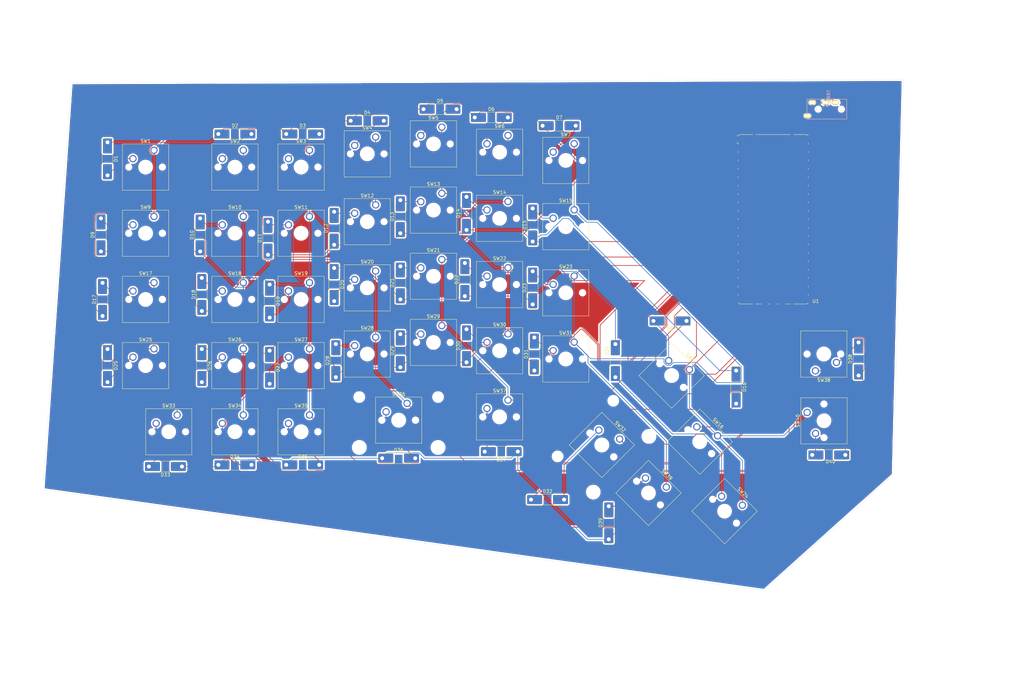
<source format=kicad_pcb>
(kicad_pcb (version 20240108) (generator "pcbnew") (generator_version "8.0")
  (layers (0 "F.Cu" signal) (31 "B.Cu" signal) (34 "B.Paste" user) (35 "F.Paste" user) (36 "B.SilkS" user "B.Silkscreen") (37 "F.SilkS" user "F.Silkscreen") (38 "B.Mask" user) (39 "F.Mask" user) (44 "Edge.Cuts" user))
  (net 0 "")
  (net 1 "row0")
  (net 2 "Net-(D1-A)")
  (net 3 "Net-(D2-A)")
  (net 4 "Net-(D3-A)")
  (net 5 "Net-(D4-A)")
  (net 6 "Net-(D5-A)")
  (net 7 "Net-(D6-A)")
  (net 8 "Net-(D7-A)")
  (net 9 "Net-(D8-A)")
  (net 10 "row1")
  (net 11 "Net-(D9-A)")
  (net 12 "Net-(D10-A)")
  (net 13 "Net-(D11-A)")
  (net 14 "Net-(D12-A)")
  (net 15 "Net-(D13-A)")
  (net 16 "Net-(D14-A)")
  (net 17 "Net-(D15-A)")
  (net 18 "Net-(D16-A)")
  (net 19 "Net-(D17-A)")
  (net 20 "row2")
  (net 21 "Net-(D18-A)")
  (net 22 "Net-(D19-A)")
  (net 23 "Net-(D20-A)")
  (net 24 "Net-(D21-A)")
  (net 25 "Net-(D22-A)")
  (net 26 "Net-(D23-A)")
  (net 27 "Net-(D24-A)")
  (net 28 "row3")
  (net 29 "Net-(D25-A)")
  (net 30 "Net-(D26-A)")
  (net 31 "Net-(D27-A)")
  (net 32 "Net-(D28-A)")
  (net 33 "Net-(D29-A)")
  (net 34 "Net-(D30-A)")
  (net 35 "Net-(D31-A)")
  (net 36 "Net-(D32-A)")
  (net 37 "row4")
  (net 38 "Net-(D33-A)")
  (net 39 "Net-(D34-A)")
  (net 40 "Net-(D35-A)")
  (net 41 "Net-(D36-A)")
  (net 42 "Net-(D37-A)")
  (net 43 "Net-(D38-A)")
  (net 44 "Net-(D39-A)")
  (net 45 "Net-(D40-A)")
  (net 46 "GND")
  (net 47 "VCC")
  (net 48 "TX")
  (net 49 "RX")
  (net 50 "col0")
  (net 51 "col1")
  (net 52 "col2")
  (net 53 "col3")
  (net 54 "col4")
  (net 55 "col5")
  (net 56 "col6")
  (net 57 "col7")
  (footprint "Button_Switch_Keyboard:SW_Cherry_MX_1.00u_PCB" (layer "F.Cu") (at 85.04 84.42)
    (property "Reference" "SW19")
    (property "Value" "SW_Push")
  )
  (footprint "Diode_SMD:D_MELF-RM10_Universal_Handsoldering" (layer "F.Cu") (at 112 137.5)
    (property "Reference" "D36")
    (property "Value" "D")
  )
  (footprint "Button_Switch_Keyboard:SW_Cherry_MX_1.75u_PCB" (layer "F.Cu") (at 38.04 104.42)
    (property "Reference" "SW25")
    (property "Value" "SW_Push")
  )
  (footprint "Button_Switch_Keyboard:SW_Cherry_MX_1.00u_PCB" (layer "F.Cu") (at 145.04 39.92)
    (property "Reference" "SW6")
    (property "Value" "SW_Push")
  )
  (footprint "Button_Switch_Keyboard:SW_Cherry_MX_1.75u_PCB" (layer "F.Cu") (at 38.04 44.42)
    (property "Reference" "SW1")
    (property "Value" "SW_Push")
  )
  (footprint "Diode_SMD:D_MELF-RM10_Universal_Handsoldering" (layer "F.Cu") (at 242 136.5 180)
    (property "Reference" "D40")
    (property "Value" "D")
  )
  (footprint "Diode_SMD:D_MELF-RM10_Universal_Handsoldering" (layer "F.Cu") (at 112.5 105 90)
    (property "Reference" "D29")
    (property "Value" "D")
  )
  (footprint "Diode_SMD:D_MELF-RM10_Universal_Handsoldering" (layer "F.Cu") (at 152.5 86 90)
    (property "Reference" "D23")
    (property "Value" "D")
  )
  (footprint "Diode_SMD:D_MELF-RM10_Universal_Handsoldering" (layer "F.Cu") (at 157 150)
    (property "Reference" "D32")
    (property "Value" "D")
  )
  (footprint "Button_Switch_Keyboard:SW_Cherry_MX_1.00u_PCB" (layer "F.Cu") (at 125.04 97.42)
    (property "Reference" "SW29")
    (property "Value" "SW_Push")
  )
  (footprint "Diode_SMD:D_MELF-RM10_Universal_Handsoldering" (layer "F.Cu") (at 92.5 85 -90)
    (property "Reference" "D20")
    (property "Value" "D" (hide yes))
  )
  (footprint "Diode_SMD:D_MELF-RM10_Universal_Handsoldering" (layer "F.Cu") (at 214 116 -90)
    (property "Reference" "D16")
    (property "Value" "D")
  )
  (footprint "Button_Switch_Keyboard:SW_Cherry_MX_1.00u_PCB" (layer "F.Cu") (at 65.04 124.42)
    (property "Reference" "SW34")
    (property "Value" "SW_Push")
  )
  (footprint "Diode_SMD:D_MELF-RM10_Universal_Handsoldering" (layer "F.Cu") (at 72.5 71 90)
    (property "Reference" "D11")
    (property "Value" "D")
  )
  (footprint "Diode_SMD:D_MELF-RM10_Universal_Handsoldering" (layer "F.Cu") (at 24 47 -90)
    (property "Reference" "D1")
    (property "Value" "D")
  )
  (footprint "Button_Switch_Keyboard:SW_Cherry_MX_1.00u_PCB" (layer "F.Cu") (at 65.04 64.42)
    (property "Reference" "SW10")
    (property "Value" "SW_Push")
  )
  (footprint "kbd_Parts:TRRS_MJ-4PP-9" (layer "F.Cu") (at 241.3 32 -90)
    (property "Reference" "J1")
    (property "Value" "TRRS_MJ-4PP-9" (hide yes))
  )
  (footprint "Diode_SMD:D_MELF-RM10_Universal_Handsoldering" (layer "F.Cu") (at 22 70 90)
    (property "Reference" "D9")
    (property "Value" "D")
  )
  (footprint "Button_Switch_Keyboard:SW_Cherry_MX_1.75u_PCB" (layer "F.Cu") (at 38.04 64.42)
    (property "Reference" "SW9")
    (property "Value" "SW_Push")
  )
  (footprint "Button_Switch_Keyboard:SW_Cherry_MX_1.00u_PCB" (layer "F.Cu") (at 85.04 104.42)
    (property "Reference" "SW27")
    (property "Value" "SW_Push")
  )
  (footprint "Diode_SMD:D_MELF-RM10_Universal_Handsoldering" (layer "F.Cu") (at 112.5 64.5 90)
    (property "Reference" "D13")
    (property "Value" "D")
  )
  (footprint "Module:RaspberryPi_Pico_SMD" (layer "F.Cu") (at 225.19 65.27)
    (property "Reference" "U1")
    (property "Value" "Pico")
  )
  (footprint "Button_Switch_Keyboard:SW_Cherry_MX_1.00u_PCB" (layer "F.Cu") (at 208.388154 130.703949 -45)
    (property "Reference" "SW16")
    (property "Value" "SW_Push")
  )
  (footprint "Diode_SMD:D_MELF-RM10_Universal_Handsoldering" (layer "F.Cu") (at 52.5 88 90)
    (property "Reference" "D18")
    (property "Value" "D")
  )
  (footprint "Diode_SMD:D_MELF-RM10_Universal_Handsoldering" (layer "F.Cu") (at 194 96 180)
    (property "Reference" "D8")
    (property "Value" "D")
  )
  (footprint "Diode_SMD:D_MELF-RM10_Universal_Handsoldering" (layer "F.Cu") (at 52.5 109.5 -90)
    (property "Reference" "D26")
    (property "Value" "D")
  )
  (footprint "Button_Switch_Keyboard:SW_Cherry_MX_1.00u_PCB" (layer "F.Cu") (at 85.04 124.42)
    (property "Reference" "SW35")
    (property "Value" "SW_Push")
  )
  (footprint "Diode_SMD:D_MELF-RM10_Universal_Handsoldering" (layer "F.Cu") (at 83 139.5)
    (property "Reference" "D35")
    (property "Value" "D")
  )
  (footprint "Button_Switch_Keyboard:SW_Cherry_MX_1.00u_PCB" (layer "F.Cu") (at 145.04 119.92)
    (property "Reference" "SW37")
    (property "Value" "SW_Push")
  )
  (footprint "Button_Switch_Keyboard:SW_Cherry_MX_1.00u_PCB" (layer "F.Cu") (at 237.96 111.08 180)
    (property "Reference" "SW38")
    (property "Value" "SW_Push")
  )
  (footprint "Diode_SMD:D_MELF-RM10_Universal_Handsoldering" (layer "F.Cu") (at 143 135.5 180)
    (property "Reference" "D37")
    (property "Value" "D")
  )
  (footprint "Button_Switch_Keyboard:SW_Cherry_MX_1.00u_PCB" (layer "F.Cu") (at 145.04 99.92)
    (property "Reference" "SW30")
    (property "Value" "SW_Push")
  )
  (footprint "Button_Switch_Keyboard:SW_Cherry_MX_1.00u_PCB" (layer "F.Cu") (at 125.04 57.42)
    (property "Reference" "SW13")
    (property "Value" "SW_Push")
  )
  (footprint "Button_Switch_Keyboard:SW_Cherry_MX_1.00u_PCB" (layer "F.Cu") (at 105.04 100.92)
    (property "Reference" "SW28")
    (property "Value" "SW_Push")
  )
  (footprint "Diode_SMD:D_MELF-RM10_Universal_Handsoldering" (layer "F.Cu") (at 102.5 35.5)
    (property "Reference" "D4")
    (property "Value" "D")
  )
  (footprint "Diode_SMD:D_MELF-RM10_Universal_Handsoldering" (layer "F.Cu") (at 62.5 139.5)
    (property "Reference" "D34")
    (property "Value" "D")
  )
  (footprint "Diode_SMD:D_MELF-RM10_Universal_Handsoldering" (layer "F.Cu") (at 92.5 68 90)
    (property "Reference" "D12")
    (property "Value" "D")
  )
  (footprint "Button_Switch_Keyboard:SW_Cherry_MX_1.00u_PCB" (layer "F.Cu") (at 145.04 59.92)
    (property "Reference" "SW14")
    (property "Value" "SW_Push")
  )
  (footprint "Button_Switch_Keyboard:SW_Cherry_MX_1.00u_PCB" (layer "F.Cu") (at 85.04 64.42)
    (property "Reference" "SW11")
    (property "Value" "SW_Push")
  )
  (footprint "Button_Switch_Keyboard:SW_Cherry_MX_1.00u_PCB" (layer "F.Cu") (at 105.04 80.92)
    (property "Reference" "SW20")
    (property "Value" "SW_Push")
  )
  (footprint "Diode_SMD:D_MELF-RM10_Universal_Handsoldering" (layer "F.Cu") (at 62.5 39.5)
    (property "Reference" "D2")
    (property "Value" "D")
  )
  (footprint "Button_Switch_Keyboard:SW_Cherry_MX_1.00u_PCB" (layer "F.Cu") (at 165.04 42.42)
    (property "Reference" "SW7")
    (property "Value" "SW_Push")
  )
  (footprint "Diode_SMD:D_MELF-RM10_Universal_Handsoldering" (layer "F.Cu") (at 177.5 108 -90)
    (property "Reference" "D24")
    (property "Value" "D")
  )
  (footprint "Diode_SMD:D_MELF-RM10_Universal_Handsoldering" (layer "F.Cu") (at 251 107.5 90)
    (property "Reference" "D38")
    (property "Value" "D")
  )
  (footprint "Button_Switch_Keyboard:SW_Cherry_MX_1.00u_PCB" (layer "F.Cu") (at 165.04 82.42)
    (property "Reference" "SW23")
    (property "Value" "SW_Push")
  )
  (footprint "Diode_SMD:D_MELF-RM10_Universal_Handsoldering" (layer "F.Cu") (at 52 70 90)
    (property "Reference" "D10")
    (property "Value" "D")
  )
  (footprint "Diode_SMD:D_MELF-RM10_Universal_Handsoldering" (layer "F.Cu") (at 24 109.5 -90)
    (property "Reference" "D25")
    (property "Value" "D")
  )
  (footprint "Button_Switch_Keyboard:SW_Cherry_MX_1.00u_PCB" (layer "F.Cu") (at 65.04 44.42)
    (property "Reference" "SW2")
    (property "Value" "SW_Push")
  )
  (footprint "Diode_SMD:D_MELF-RM10_Universal_Handsoldering" (layer "F.Cu") (at 160.5 37)
    (property "Reference" "D7")
    (property "Value" "D")
  )
  (footprint "Button_Switch_Keyboard:SW_Cherry_MX_1.00u_PCB" (layer "F.Cu") (at 125.04 37.42)
    (property "Reference" "SW5")
    (property "Value" "SW_Push")
  )
  (footprint "Button_Switch_Keyboard:SW_Cherry_MX_1.00u_PCB" (layer "F.Cu") (at 145.04 79.92)
    (property "Reference" "SW22")
    (property "Value" "SW_Push")
  )
  (footprint "Diode_SMD:D_MELF-RM10_Universal_Handsoldering" (layer "F.Cu") (at 152.5 67 90)
    (property "Reference" "D15")
    (property "Value" "D")
  )
  (footprint "Diode_SMD:D_MELF-RM10_Universal_Handsoldering" (layer "F.Cu") (at 132.5 103.5 90)
    (property "Reference" "D30")
    (property "Value" "D")
  )
  (footprint "Diode_SMD:D_MELF-RM10_Universal_Handsoldering" (layer "F.Cu") (at 132.5 63.5 90)
    (property "Reference" "D14")
    (property "Value" "D")
  )
  (footprint "Diode_SMD:D_MELF-RM10_Universal_Handsoldering" (layer "F.Cu") (at 140 34.5)
    (property "Reference" "D6")
    (property "Value" "D")
  )
  (footprint "Diode_SMD:D_MELF-RM10_Universal_Handsoldering" (layer "F.Cu") (at 124.5 32)
    (property "Reference" "D5")
    (property "Value" "D")
  )
  (footprint "Diode_SMD:D_MELF-RM10_Universal_Handsoldering" (layer "F.Cu") (at 73 90 -90)
    (property "Reference" "D19")
    (property "Value" "D")
  )
  (footprint "Button_Switch_Keyboard:SW_Cherry_MX_1.00u_PCB" (layer "F.Cu") (at 235.46 123.65 90)
    (property "Reference" "SW40")
    (property "Value" "SW_Push")
  )
  (footprint "Button_Switch_Keyboard:SW_Cherry_MX_1.00u_PCB" (layer "F.Cu") (at 199.888154 110.703949 -45)
    (property "Reference" "SW8")
    (property "Value" "SW_Push")
  )
  (footprint "Button_Switch_Keyboard:SW_Cherry_MX_1.00u_PCB" (layer "F.Cu") (at 215.888154 151.703949 -45)
    (property "Reference" "SW24")
    (property "Value" "SW_Push")
  )
  (footprint "Diode_SMD:D_MELF-RM10_Universal_Handsoldering" (layer "F.Cu") (at 153 106 90)
    (property "Reference" "D31")
    (property "Value" "D")
  )
  (footprint "Button_Switch_Keyboard:SW_Cherry_MX_1.00u_PCB" (layer "F.Cu") (at 85.04 44.42)
    (property "Reference" "SW3")
    (property "Value" "SW_Push")
  )
  (footprint "Button_Switch_Keyboard:SW_Cherry_MX_1.00u_PCB" (layer "F.Cu") (at 105.04 60.92)
    (property "Reference" "SW12")
    (property "Value" "SW_Push")
  )
  (footprint "Button_Switch_Keyboard:SW_Cherry_MX_1.00u_PCB" (layer "F.Cu") (at 45.04 124.42)
    (property "Reference" "SW33")
    (property "Value" "SW_Push")
  )
  (footprint "Button_Switch_Keyboard:SW_Cherry_MX_1.00u_PCB" (layer "F.Cu") (at 105.04 40.42)
    (property "Reference" "SW4")
    (property "Value" "SW_Push")
  )
  (footprint "Button_Switch_Keyboard:SW_Cherry_MX_1.00u_PCB" (layer "F.Cu") (at 192.888154 146.203949 -45)
    (property "Reference" "SW39")
    (property "Value" "SW_Push")
  )
  (footprint "Diode_SMD:D_MELF-RM10_Universal_Handsoldering" (layer "F.Cu") (at 83 39.5)
    (property "Reference" "D3")
    (property "Value" "D")
  )
  (footprint "Diode_SMD:D_MELF-RM10_Universal_Handsoldering" (layer "F.Cu") (at 112.5 84.5 90)
    (property "Reference" "D21")
    (property "Value" "D")
  )
  (footprint "Button_Switch_Keyboard:SW_Cherry_MX_2.00u_PCB" (layer "F.Cu") (at 114.54 120.92)
    (property "Reference" "SW36")
    (property "Value" "SW_Push")
  )
  (footprint "Diode_SMD:D_MELF-RM10_Universal_Handsoldering" (layer "F.Cu") (at 73 110 -90)
    (property "Reference" "D27")
    (property "Value" "D")
  )
  (footprint "Diode_SMD:D_MELF-RM10_Universal_Handsoldering" (layer "F.Cu") (at 41.5 140 180)
    (property "Reference" "D33")
    (property "Value" "D")
  )
  (footprint "Button_Switch_Keyboard:SW_Cherry_MX_1.75u_PCB" (layer "F.Cu") (at 38.04 84.42)
    (property "Reference" "SW17")
    (property "Value" "SW_Push")
  )
  (footprint "Diode_SMD:D_MELF-RM10_Universal_Handsoldering" (layer "F.Cu") (at 132 83.5 90)
    (property "Reference" "D22")
    (property "Value" "D")
  )
  (footprint "Diode_SMD:D_MELF-RM10_Universal_Handsoldering" (layer "F.Cu") (at 22.5 89.5 90)
    (property "Reference" "D17")
    (property "Value" "D")
  )
  (footprint "Diode_SMD:D_MELF-RM10_Universal_Handsoldering" (layer "F.Cu") (at 93 108 90)
    (property "Reference" "D28")
    (property "Value" "D")
  )
  (footprint "Button_Switch_Keyboard:SW_Cherry_MX_2.00u_Vertical_PCB" (layer "F.Cu") (at 178.786179 131.694077 -45)
    (property "Reference" "SW32")
    (property "Value" "SW_Push")
  )
  (footprint "Button_Switch_Keyboard:SW_Cherry_MX_1.00u_PCB" (layer "F.Cu") (at 125.04 77.42)
    (property "Reference" "SW21")
    (property "Value" "SW_Push")
  )
  (footprint "Button_Switch_Keyboard:SW_Cherry_MX_1.00u_PCB" (layer "F.Cu") (at 65.04 84.42)
    (property "Reference" "SW18")
    (property "Value" "SW_Push")
  )
  (footprint "Button_Switch_Keyboard:SW_Cherry_MX_1.00u_PCB" (layer "F.Cu") (at 65.04 104.42)
    (property "Reference" "SW26")
    (property "Value" "SW_Push")
  )
  (footprint "Button_Switch_Keyboard:SW_Cherry_MX_1.00u_PCB" (layer "F.Cu") (at 165.04 102.42)
    (property "Reference" "SW31")
    (property "Value" "SW_Push")
  )
  (footprint "Diode_SMD:D_MELF-RM10_Universal_Handsoldering" (layer "F.Cu") (at 175.5 157 90)
    (property "Reference" "D39")
    (property "Value" "D")
  )
  (footprint "Button_Switch_Keyboard:SW_Cherry_MX_1.00u_PCB" (layer "F.Cu") (at 165.04 62.42)
    (property "Reference" "SW15")
    (property "Value" "SW_Push")
  )
  (gr_line (start 13 24) (end 264.5 23) (stroke (width 0.05)) (layer "Edge.Cuts"))
  (gr_line (start 4.5 147) (end 13 24) (stroke (width 0.05)) (layer "Edge.Cuts"))
  (gr_line (start 222.5 177.5) (end 4.5 147) (stroke (width 0.05)) (layer "Edge.Cuts"))
  (gr_line (start 264.5 23) (end 261.5 142.5) (stroke (width 0.05)) (layer "Edge.Cuts"))
  (gr_line (start 261.5 142.5) (end 222.5 177.5) (stroke (width 0.05)) (layer "Edge.Cuts"))
  (segment (start 219.3 75.3) (end 219.3 102.2) (width 0.2) (layer "F.Cu") (net 1))
  (segment (start 210.5 71.28995) (end 212.27005 73.06) (width 0.2) (layer "F.Cu") (net 1))
  (segment (start 223.38853 49.22) (end 227.084265 52.915735) (width 0.2) (layer "F.Cu") (net 1))
  (segment (start 57.5 39.5) (end 59.15 37.85) (width 0.2) (layer "F.Cu") (net 1))
  (segment (start 78 39.5) (end 82 35.5) (width 0.2) (layer "F.Cu") (net 1))
  (segment (start 151.35 32.85) (end 155.5 37) (width 0.2) (layer "F.Cu") (net 1))
  (segment (start 189.707898 105.292102) (end 199 96) (width 0.2) (layer "F.Cu") (net 1))
  (segment (start 119.5 32) (end 121.15 30.35) (width 0.2) (layer "F.Cu") (net 1))
  (segment (start 121.15 30.35) (end 130.85 30.35) (width 0.2) (layer "F.Cu") (net 1))
  (segment (start 101 32) (end 119.5 32) (width 0.2) (layer "F.Cu") (net 1))
  (segment (start 82 35.5) (end 97.5 35.5) (width 0.2) (layer "F.Cu") (net 1))
  (segment (start 59.15 37.85) (end 76.35 37.85) (width 0.2) (layer "F.Cu") (net 1))
  (segment (start 216.76 47.5) (end 220.27147 47.5) (width 0.2) (layer "F.Cu") (net 1))
  (segment (start 220.27147 47.5) (end 221.99147 49.22) (width 0.2) (layer "F.Cu") (net 1))
  (segment (start 222 58) (end 217.299583 58) (width 0.2) (layer "F.Cu") (net 1))
  (segment (start 227.084265 52.915735) (end 222 58) (width 0.2) (layer "F.Cu") (net 1))
  (segment (start 207 58) (end 207 60.604364) (width 0.2) (layer "F.Cu") (net 1))
  (segment (start 210.5 64.104364) (end 210.5 71.28995) (width 0.2) (layer "F.Cu") (net 1))
  (segment (start 217.109552 57.809969) (end 207.190031 57.809969) (width 0.2) (layer "F.Cu") (net 1))
  (segment (start 207 60.604364) (end 210.5 64.104364) (width 0.2) (layer "F.Cu") (net 1))
  (segment (start 207.190031 57.809969) (end 207 58) (width 0.2) (layer "F.Cu") (net 1))
  (segment (start 215.5 48.76) (end 216.76 47.5) (width 0.2) (layer "F.Cu") (net 1))
  (segment (start 97.5 35.5) (end 101 32) (width 0.2) (layer "F.Cu") (net 1))
  (segment (start 215.5 48.76) (end 167.142944 48.76) (width 0.2) (layer "F.Cu") (net 1))
  (segment (start 136.65 32.85) (end 151.35 32.85) (width 0.2) (layer "F.Cu") (net 1))
  (segment (start 221.99147 49.22) (end 223.38853 49.22) (width 0.2) (layer "F.Cu") (net 1))
  (segment (start 135 34.5) (end 136.65 32.85) (width 0.2) (layer "F.Cu") (net 1))
  (segment (start 191.5 118) (end 189.707898 116.207898) (width 0.2) (layer "F.Cu") (net 1))
  (segment (start 189.707898 116.207898) (end 189.707898 105.292102) (width 0.2) (layer "F.Cu") (net 1))
  (segment (start 167.142944 48.76) (end 155.5 37.117056) (width 0.2) (layer "F.Cu") (net 1))
  (segment (start 155.5 37.117056) (end 155.5 37) (width 0.2) (layer "F.Cu") (net 1))
  (segment (start 217.299583 58) (end 217.109552 57.809969) (width 0.2) (layer "F.Cu") (net 1))
  (segment (start 219.3 102.2) (end 203.5 118) (width 0.2) (layer "F.Cu") (net 1))
  (segment (start 130.85 30.35) (end 135 34.5) (width 0.2) (layer "F.Cu") (net 1))
  (segment (start 203.5 118) (end 191.5 118) (width 0.2) (layer "F.Cu") (net 1))
  (segment (start 76.35 37.85) (end 78 39.5) (width 0.2) (layer "F.Cu") (net 1))
  (segment (start 212.27005 73.06) (end 217.06 73.06) (width 0.2) (layer "F.Cu") (net 1))
  (segment (start 217.06 73.06) (end 219.3 75.3) (width 0.2) (layer "F.Cu") (net 1))
  (segment (start 57.5 39.5) (end 55 42) (width 0.2) (layer "B.Cu") (net 1))
  (segment (start 55 42) (end 24 42) (width 0.2) (layer "B.Cu") (net 1))
  (segment (start 24 52) (end 29.04 46.96) (width 0.2) (layer "F.Cu") (net 2))
  (segment (start 29.04 46.96) (end 31.69 46.96) (width 0.2) (layer "F.Cu") (net 2))
  (segment (start 58.69 46.96) (end 66.15 39.5) (width 0.2) (layer "F.Cu") (net 3))
  (segment (start 66.15 39.5) (end 67.5 39.5) (width 0.2) (layer "F.Cu") (net 3))
  (segment (start 78.69 46.96) (end 86.15 39.5) (width 0.2) (layer "F.Cu") (net 4))
  (segment (start 86.15 39.5) (end 88 39.5) (width 0.2) (layer "F.Cu") (net 4))
  (segment (start 106.15 35.5) (end 107.5 35.5) (width 0.2) (layer "F.Cu") (net 5))
  (segment (start 98.69 42.96) (end 106.15 35.5) (width 0.2) (layer "F.Cu") (net 5))
  (segment (start 118.69 39.96) (end 126.65 32) (width 0.2) (layer "F.Cu") (net 6))
  (segment (start 126.65 32) (end 129.5 32) (width 0.2) (layer "F.Cu") (net 6))
  (segment (start 138.69 40.81) (end 145 34.5) (width 0.2) (layer "F.Cu") (net 7))
  (segment (start 138.69 42.46) (end 138.69 40.81) (width 0.2) (layer "F.Cu") (net 7))
  (segment (start 165.5 37) (end 165.5 38.15) (width 0.2) (layer "B.Cu") (net 8))
  (segment (start 165.5 38.15) (end 158.69 44.96) (width 0.2) (layer "B.Cu") (net 8))
  (segment (start 189 96) (end 193.601975 100.601975) (width 0.2) (layer "B.Cu") (net 9))
  (segment (start 193.601975 100.601975) (end 193.601975 108.009872) (width 0.2) (layer "B.Cu") (net 9))
  (segment (start 131.5 69.5) (end 132.5 68.5) (width 0.2) (layer "F.Cu") (net 10))
  (segment (start 201.2 51.3) (end 180.5 72) (width 0.2) (layer "F.Cu") (net 10))
  (segment (start 215.5 51.3) (end 201.2 51.3) (width 0.2) (layer "F.Cu") (net 10))
  (segment (start 109 73) (end 112.5 69.5) (width 0.2) (layer "F.Cu") (net 10))
  (segment (start 92.5 73) (end 109 73) (width 0.2) (layer "F.Cu") (net 10))
  (segment (start 89.5 76) (end 92.5 73) (width 0.2) (layer "F.Cu") (net 10))
  (segment (start 22 75) (end 52 75) (width 0.2) (layer "F.Cu") (net 10))
  (segment (start 180.5 72) (end 152.5 72) (width 0.2) (layer "F.Cu") (net 10))
  (segment (start 112.5 69.5) (end 131.5 69.5) (width 0.2) (layer "F.Cu") (net 10))
  (segment (start 72.5 76) (end 89.5 76) (width 0.2) (layer "F.Cu") (net 10))
  (segment (start 161.617056 65) (end 156.617056 70) (width 0.2) (layer "B.Cu") (net 10))
  (segment (start 209.015256 111) (end 164.85 66.834744) (width 0.2) (layer "B.Cu") (net 10))
  (segment (start 163.323402 65) (end 161.617056 65) (width 0.2) (layer "B.Cu") (net 10))
  (segment (start 62.82 85.82) (end 52 75) (width 0.2) (layer "B.Cu") (net 10))
  (segment (start 72.5 76) (end 72.5 78.939899) (width 0.2) (layer "B.Cu") (net 10))
  (segment (start 149 68.5) (end 152.5 72) (width 0.2) (layer "B.Cu") (net 10))
  (segment (start 132.5 68.5) (end 149 68.5) (width 0.2) (layer "B.Cu") (net 10))
  (segment (start 156.617056 70) (end 155 70) (width 0.2) (layer "B.Cu") (net 10))
  (segment (start 154 70.5) (end 152.5 72) (width 0.2) (layer "B.Cu") (net 10))
  (segment (start 214 111) (end 209.015256 111) (width 0.2) (layer "B.Cu") (net 10))
  (segment (start 154.5 70.5) (end 154 70.5) (width 0.2) (layer "B.Cu") (net 10))
  (segment (start 72.5 78.939899) (end 65.619899 85.82) (width 0.2) (layer "B.Cu") (net 10))
  (segment (start 65.619899 85.82) (end 62.82 85.82) (width 0.2) (layer "B.Cu") (net 10))
  (segment (start 164.85 66.834744) (end 164.85 66.526598) (width 0.2) (layer "B.Cu") (net 10))
  (segment (start 155 70) (end 154.5 70.5) (width 0.2) (layer "B.Cu") (net 10))
  (segment (start 164.85 66.526598) (end 163.323402 65) (width 0.2) (layer "B.Cu") (net 10))
  (segment (start 23.96 66.96) (end 31.69 66.96) (width 0.2) (layer "F.Cu") (net 11))
  (segment (start 22 65) (end 23.96 66.96) (width 0.2) (layer "F.Cu") (net 11))
  (segment (start 58.69 66.96) (end 53.96 66.96) (width 0.2) (layer "B.Cu") (net 12))
  (segment (start 53.96 66.96) (end 52 65) (width 0.2) (layer "B.Cu") (net 12))
  (segment (start 72.5 66) (end 73.46 66.96) (width 0.2) (layer "F.Cu") (net 13))
  (segment (start 73.46 66.96) (end 78.69 66.96) (width 0.2) (layer "F.Cu") (net 13))
  (segment (start 92.5 63) (end 92.96 63.46) (width 0.2) (layer "F.Cu") (net 14))
  (segment (start 92.96 63.46) (end 98.69 63.46) (width 0.2) (layer "F.Cu") (net 14))
  (segment (start 112.5 59.5) (end 113 59.5) (width 0.2) (layer "F.Cu") (net 15))
  (segment (start 113.46 59.96) (end 118.69 59.96) (width 0.2) (layer "F.Cu") (net 15))
  (segment (start 113 59.5) (end 113.46 59.96) (width 0.2) (layer "F.Cu") (net 15))
  (segment (start 132.5 58.5) (end 136.46 62.46) (width 0.2) (layer "F.Cu") (net 16))
  (segment (start 136.46 62.46) (end 138.69 62.46) (width 0.2) (layer "F.Cu") (net 16))
  (segment (start 158.69 64.96) (end 155.46 64.96) (width 0.2) (layer "B.Cu") (net 17))
  (segment (start 155.46 64.96) (end 152.5 62) (width 0.2) (layer "B.Cu") (net 17))
  (segment (start 206.990128 128.009872) (end 214 121) (width 0.2) (layer "F.Cu") (net 18))
  (segment (start 202.101975 128.009872) (end 206.990128 128.009872) (width 0.2) (layer "F.Cu") (net 18))
  (segment (start 24.96 86.96) (end 31.69 86.96) (width 0.2) (layer "F.Cu") (net 19))
  (segment (start 22.5 84.5) (end 24.96 86.96) (width 0.2) (layer "F.Cu") (net 19))
  (segment (start 210.86 53) (end 200.065686 53) (width 0.2) (layer "F.Cu") (net 20))
  (segment (start 64.480101 83) (end 71 83) (width 0.2) (layer "F.Cu") (net 20))
  (segment (start 102 80) (end 106.8 84.8) (width 0.2) (layer "F.Cu") (net 20))
  (segment (start 19.95 91.95) (end 19.95 63.69957) (width 0.2) (layer "F.Cu") (net 20))
  (segment (start 106.8 84.8) (end 108.077056 84.8) (width 0.2) (layer "F.Cu") (net 20))
  (segment (start 45.004744 63.02) (end 53.65 71.665256) (width 0.2) (layer "F.Cu") (net 20))
  (segment (start 132 88.5) (end 150 88.5) (width 0.2) (layer "F.Cu") (net 20))
  (segment (start 217.4 79.695636) (end 216.755636 80.34) (width 0.2) (layer "F.Cu") (net 20))
  (segment (start 53.65 71.665256) (end 53.65 76.134744) (width 0.2) (layer "F.Cu") (net 20))
  (segment (start 63.64 83.840101) (end 64.480101 83) (width 0.2) (layer "F.Cu") (net 20))
  (segment (start 20.62957 63.02) (end 45.004744 63.02) (width 0.2) (layer "F.Cu") (net 20))
  (segment (start 112.5 89.5) (end 131 89.5) (width 0.2) (layer "F.Cu") (net 20))
  (segment (start 202 69) (end 202 71) (width 0.2) (layer "F.Cu") (net 20))
  (segment (start 216.415636 75.26) (end 217.4 76.244364) (width 0.2) (layer "F.Cu") (net 20))
  (segment (start 217.4 76.244364) (end 217.4 79.695636) (width 0.2) (layer "F.Cu") (net 20))
  (segment (start 19.95 63.69957) (end 20.62957 63.02) (width 0.2) (layer "F.Cu") (net 20))
  (segment (start 71 83) (end 73 85) (width 0.2) (layer "F.Cu") (net 20))
  (segment (start 50.665256 79.119488) (end 50.665256 91.165256) (width 0.2) (layer "F.Cu") (net 20))
  (segment (start 112.5 89.222944) (end 112.5 89.5) (width 0.2) (layer "F.Cu") (net 20))
  (segment (start 197.5 64.5) (end 202 69) (width 0.2) (layer "F.Cu") (net 20))
  (segment (start 197.5 55.565686) (end 197.5 64.5) (width 0.2) (layer "F.Cu") (net 20))
  (segment (start 211.7 53.84) (end 210.86 53) (width 0.2) (layer "F.Cu") (net 20))
  (segment (start 52.5 93) (end 55.676598 93) (width 0.2) (layer "F.Cu") (net 20))
  (segment (start 131 89.5) (end 132 88.5) (width 0.2) (layer "F.Cu") (net 20))
  (segment (start 53.65 76.134744) (end 50.665256 79.119488) (width 0.2) (layer "F.Cu") (net 20))
  (segment (start 150 88.5) (end 152.5 91) (width 0.2) (layer "F.Cu") (net 20))
  (segment (start 108.077056 84.8) (end 112.5 89.222944) (width 0.2) (layer "F.Cu") (net 20))
  (segment (start 215.5 53.84) (end 211.7 53.84) (width 0.2) (layer "F.Cu") (net 20))
  (segment (start 92.5 80) (end 102 80) (width 0.2) (layer "F.Cu") (net 20))
  (segment (start 63.64 85.036598) (end 63.64 83.840101) (width 0.2) (layer "F.Cu") (net 20))
  (segment (start 50.665256 91.165256) (end 52.5 93) (width 0.2) (layer "F.Cu") (net 20))
  (segment (start 200.16 80.34) (end 177.5 103) (width 0.2) (layer "F.Cu") (net 20))
  (segment (start 206.26 75.26) (end 216.415636 75.26) (width 0.2) (layer "F.Cu") (net 20))
  (segment (start 55.676598 93) (end 63.64 85.036598) (width 0.2) (layer "F.Cu") (net 20))
  (segment (start 200.065686 53) (end 197.5 55.565686) (width 0.2) (layer "F.Cu") (net 20))
  (segment (start 216.755636 80.34) (end 200.16 80.34) (width 0.2) (layer "F.Cu") (net 20))
  (segment (start 202 71) (end 206.26 75.26) (width 0.2) (layer "F.Cu") (net 20))
  (segment (start 22.5 94.5) (end 19.95 91.95) (width 0.2) (layer "F.Cu") (net 20))
  (segment (start 73 85) (end 83.640101 85) (width 0.2) (layer "B.Cu") (net 20))
  (segment (start 90.5 67.900101) (end 90.5 78) (width 0.2) (layer "B.Cu") (net 20))
  (segment (start 83.640101 85) (end 80.15 81.509899) (width 0.2) (layer "B.Cu") (net 20))
  (segment (start 165.619899 81.02) (end 160.650101 81.02) (width 0.2) (layer "B.Cu") (net 20))
  (segment (start 80.15 81.509899) (end 80.15 67.330101) (width 0.2) (layer "B.Cu") (net 20))
  (segment (start 177.5 92.900101) (end 165.619899 81.02) (width 0.2) (layer "B.Cu") (net 20))
  (segment (start 80.15 67.330101) (end 84.460101 63.02) (width 0.2) (layer "B.Cu") (net 20))
  (segment (start 160.650101 81.02) (end 152.5 89.170101) (width 0.2) (layer "B.Cu") (net 20))
  (segment (start 90.5 78) (end 92.5 80) (width 0.2) (layer "B.Cu") (net 20))
  (segment (start 84.460101 63.02) (end 85.619899 63.02) (width 0.2) (layer "B.Cu") (net 20))
  (segment (start 152.5 89.170101) (end 152.5 91) (width 0.2) (layer "B.Cu") (net 20))
  (segment (start 177.5 103) (end 177.5 92.900101) (width 0.2) (layer "B.Cu") (net 20))
  (segment (start 85.619899 63.02) (end 90.5 67.900101) (width 0.2) (layer "B.Cu") (net 20))
  (segment (start 52.5 83) (end 56.46 86.96) (width 0.2) (layer "F.Cu") (net 21))
  (segment (start 56.46 86.96) (end 58.69 86.96) (width 0.2) (layer "F.Cu") (net 21))
  (segment (start 73 95) (end 73.617056 95) (width 0.2) (layer "B.Cu") (net 22))
  (segment (start 78.69 89.927056) (end 78.69 86.96) (width 0.2) (layer "B.Cu") (net 22))
  (segment (start 73.617056 95) (end 78.69 89.927056) (width 0.2) (layer "B.Cu") (net 22))
  (segment (start 92.5 88.094366) (end 97.134366 83.46) (width 0.2) (layer "F.Cu") (net 23))
  (segment (start 92.5 90) (end 92.5 88.094366) (width 0.2) (layer "F.Cu") (net 23))
  (segment (start 97.134366 83.46) (end 98.69 83.46) (width 0.2) (layer "F.Cu") (net 23))
  (segment (start 112.5 79.5) (end 112.96 79.96) (width 0.2) (layer "F.Cu") (net 24))
  (segment (start 112.96 79.96) (end 118.69 79.96) (width 0.2) (layer "F.Cu") (net 24))
  (segment (start 132 78.5) (end 135.96 82.46) (width 0.2) (layer "F.Cu") (net 25))
  (segment (start 135.96 82.46) (end 138.69 82.46) (width 0.2) (layer "F.Cu") (net 25))
  (segment (start 158.69 84.96) (end 156.46 84.96) (width 0.2) (layer "F.Cu") (net 26))
  (segment (start 156.46 84.96) (end 152.5 81) (width 0.2) (layer "F.Cu") (net 26))
  (segment (start 203.973402 130.15) (end 194.65 130.15) (width 0.2) (layer "B.Cu") (net 27))
  (segment (start 209.601975 149.009872) (end 209.601975 135.778573) (width 0.2) (layer "B.Cu") (net 27))
  (segment (start 194.65 130.15) (end 177.5 113) (width 0.2) (layer "B.Cu") (net 27))
  (segment (start 209.601975 135.778573) (end 203.973402 130.15) (width 0.2) (layer "B.Cu") (net 27))
  (segment (start 177.639499 123.8) (end 144.623402 123.8) (width 0.2) (layer "F.Cu") (net 28))
  (segment (start 157.250101 105.5) (end 158.110101 106.36) (width 0.2) (layer "F.Cu") (net 28))
  (segment (start 217.109552 85.430031) (end 217.410018 85.129565) (width 0.2) (layer "F.Cu") (net 28))
  (segment (start 206.716906 122.70165) (end 178.737849 122.70165) (width 0.2) (layer "F.Cu") (net 28))
  (segment (start 166.980101 98.5) (end 167.44957 98.5) (width 0.2) (layer "F.Cu") (net 28))
  (segment (start 149 101.900101) (end 149 105.5) (width 0.2) (layer "F.Cu") (net 28))
  (segment (start 157.740101 77.1) (end 149.839899 77.1) (width 0.2) (layer "F.Cu") (net 28))
  (segment (start 231.5 76) (end 218.06 62.56) (width 0.2) (layer "F.Cu") (net 28))
  (segment (start 207.015256 123) (end 206.716906 122.70165) (width 0.2) (layer "F.Cu") (net 28))
  (segment (start 145.599899 98.5) (end 149 101.900101) (width 0.2) (layer "F.Cu") (net 28))
  (segment (start 149 105.5) (end 157.250101 105.5) (width 0.2) (layer "F.Cu") (net 28))
  (segment (start 221.55 111.45) (end 215.65 117.35) (width 0.2) (layer "F.Cu") (net 28))
  (segment (start 216.755636 50.2) (end 217.4 50.844364) (width 0.2) (layer "F.Cu") (net 28))
  (segment (start 73 105) (end 74.98 103.02) (width 0.2) (layer "F.Cu") (net 28))
  (segment (start 60.489899 104.5) (end 52.5 104.5) (width 0.2) (layer "F.Cu") (net 28))
  (segment (start 132.5 108.222944) (end 136.922944 103.8) (width 0.2) (layer "F.Cu") (net 28))
  (segment (start 152 150) (end 160.45 141.55) (width 0.2) (layer "F.Cu") (net 28))
  (segment (start 221.55 88.714364) (end 221.55 111.45) (width 0.2) (layer "F.Cu") (net 28))
  (segment (start 136.922944 103.8) (end 137.917056 103.8) (width 0.2) (layer "F.Cu") (net 28))
  (segment (start 145.619899 81.32) (end 144.460101 81.32) (width 0.2) (layer "F.Cu") (net 28))
  (segment (start 147.316598 107.183402) (end 149 105.5) (width 0.2) (layer "F.Cu") (net 28))
  (segment (start 153 111) (end 153 109.5) (width 0.2) (layer "F.Cu") (net 28))
  (segment (start 132.5 108.5) (end 114 108.5) (width 0.2) (layer "F.Cu") (net 28))
  (segment (start 137.977056 103.86) (end 139.28 103.86) (width 0.2) (layer "F.Cu") (net 28))
  (segment (start 214.509969 70.509969) (end 217.109552 70.509969) (width 0.2) (layer "F.Cu") (net 28))
  (segment (start 143.64 75.875256) (end 169.315256 50.2) (width 0.2) (layer "F.Cu") (net 28))
  (segment (start 213.5 63.644364) (end 213.5 69.5) (width 0.2) (layer "F.Cu") (net 28))
  (segment (start 193.05 97.50043) (end 193.05 94.515686) (width 0.2) (layer "F.Cu") (net 28))
  (segment (start 93 110) (end 93 113) (width 0.2) (layer "F.Cu") (net 28))
  (segment (start 193.05 94.515686) (end 202.135655 85.430031) (width 0.2) (layer "F.Cu") (net 28))
  (segment (start 217.410018 85.129565) (end 217.410018 83.510435) (width 0.2) (layer "F.Cu") (net 28))
  (segment (start 217.410018 83.510435) (end 217.109552 83.209969) (width 0.2) (layer "F.Cu") (net 28))
  (segment (start 218.06 62.56) (end 214.584364 62.56) (width 0.2) (layer "F.Cu") (net 28))
  (segment (start 164.460101 83.82) (end 157.740101 77.1) (width 0.2) (layer "F.Cu") (net 28))
  (segment (start 178.737849 122.70165) (end 177.639499 123.8) (width 0.2) (layer "F.Cu") (net 28))
  (segment (start 172.9 108.1) (end 172.9 97.24) (width 0.2) (layer "F.Cu") (net 28))
  (segment (start 213.5 69.5) (end 214.509969 70.509969) (width 0.2) (layer "F.Cu") (net 28))
  (segment (start 167.44957 98.5) (end 172.1 103.15043) (width 0.2) (layer "F.Cu") (net 28))
  (segment (start 143.64 99.340101) (end 144.480101 98.5) (width 0.2) (layer "F.Cu") (net 28))
  (segment (start 137.917056 103.8) (end 137.977056 103.86) (width 0.2) (layer "F.Cu") (net 28))
  (segment (start 25.48 103.02) (end 51.02 103.02) (width 0.2) (layer "F.Cu") (net 28))
  (segment (start 202.135655 85.430031) (end 217.109552 85.430031) (width 0.2) (layer "F.Cu") (net 28))
  (segment (start 143.64 80.499899) (end 143.64 75.875256) (width 0.2) (layer "F.Cu") (net 28))
  (segment (start 114 108.5) (end 112.5 110) (width 0.2) (layer "F.Cu") (net 28))
  (segment (start 160.45 141.55) (end 221.797056 141.55) (width 0.2) (layer "F.Cu") (net 28))
  (segment (start 143.64 107.183402) (end 147.316598 107.183402) (width 0.2) (layer "F.Cu") (net 28))
  (segment (start 217.109552 83.209969) (end 199.005287 83.209969) (width 0.2) (layer "F.Cu") (net 28))
  (segment (start 169.315256 50.2) (end 216.755636 50.2) (width 0.2) (layer "F.Cu") (net 28))
  (segment (start 149.839899 77.1) (end 145.619899 81.32) (width 0.2) (layer "F.Cu") (net 28))
  (segment (start 144.480101 98.5) (end 145.599899 98.5) (width 0.2) (layer "F.Cu") (net 28))
  (segment (start 144.623402 123.8) (end 136 115.176598) (width 0.2) (layer "F.Cu") (net 28))
  (segment (start 163.64 102.36) (end 163.64 101.840101) (width 0.2) (layer "F.Cu") (net 28))
  (segment (start 143.64 99.5) (end 143.64 99.340101) (width 0.2) (layer "F.Cu") (net 28))
  (segment (start 163.64 101.840101) (end 166.980101 98.5) (width 0.2) (layer "F.Cu") (net 28))
  (segment (start 217.4 54.48) (end 215.5 56.38) (width 0.2) (layer "F.Cu") (net 28))
  (segment (start 24 104.5) (end 25.48 103.02) (width 0.2) (layer "F.Cu") (net 28))
  (segment (start 51.02 103.02) (end 52.5 104.5) (width 0.2) (layer "F.Cu") (net 28))
  (segment (start 186.32 83.82) (end 164.460101 83.82) (width 0.2) (layer "F.Cu") (net 28))
  (segment (start 217.109552 70.509969) (end 222.5 75.900417) (width 0.2) (layer "F.Cu") (net 28))
  (segment (start 199.005287 83.209969) (end 181.319058 100.896198) (width 0.2) (layer "F.Cu") (net 28))
  (segment (start 181.319058 108.1) (end 172.9 108.1) (width 0.2) (layer "F.Cu") (net 28))
  (segment (start 112.5 110) (end 96 110) (width 0.2) (layer "F.Cu") (net 28))
  (segment (start 61.809899 105.82) (end 60.489899 104.5) (width 0.2) (layer "F.Cu") (net 28))
  (segment (start 136 114.823402) (end 143.64 107.183402) (width 0.2) (layer "F.Cu") (net 28))
  (segment (start 132.5 108.5) (end 132.5 108.222944) (width 0.2) (layer "F.Cu") (net 28))
  (segment (start 172.1 108.665685) (end 172.334315 108.9) (width 0.2) (layer "F.Cu") (net 28))
  (segment (start 222.5 75.900417) (end 222.5 87.764364) (width 0.2) (layer "F.Cu") (net 28))
  (segment (start 158.110101 106.36) (end 159.64 106.36) (width 0.2) (layer "F.Cu") (net 28))
  (segment (start 136 115.176598) (end 136 114.823402) (width 0.2) (layer "F.Cu") (net 28))
  (segment (start 73 105) (end 72.18 105.82) (width 0.2) (layer "F.Cu") (net 28))
  (segment (start 215.65 117.35) (end 212.665256 117.35) (width 0.2) (layer "F.Cu") (net 28))
  (segment (start 222.5 87.764364) (end 221.55 88.714364) (width 0.2) (layer "F.Cu") (net 28))
  (segment (start 159.64 106.36) (end 163.64 102.36) (width 0.2) (layer "F.Cu") (net 28))
  (segment (start 144.460101 81.32) (end 143.64 80.499899) (width 0.2) (layer "F.Cu") (net 28))
  (segment (start 217.4 50.844364) (end 217.4 54.48) (width 0.2) (layer "F.Cu") (net 28))
  (segment (start 181.319058 100.896198) (end 181.319058 108.1) (width 0.2) (layer "F.Cu") (net 28))
  (segment (start 231.5 131.847056) (end 231.5 76) (width 0.2) (layer "F.Cu") (net 28))
  (segment (start 172.9 97.24) (end 186.32 83.82) (width 0.2) (layer "F.Cu") (net 28))
  (segment (start 221.797056 141.55) (end 231.5 131.847056) (width 0.2) (layer "F.Cu") (net 28))
  (segment (start 96 110) (end 93 113) (width 0.2) (layer "F.Cu") (net 28))
  (segment (start 139.28 103.86) (end 143.64 99.5) (width 0.2) (layer "F.Cu") (net 28))
  (segment (start 212.665256 117.35) (end 207.015256 123) (width 0.2) (layer "F.Cu") (net 28))
  (segment (start 172.1 103.15043) (end 172.1 108.665685) (width 0.2) (layer "F.Cu") (net 28))
  (segment (start 153 109.5) (end 149 105.5) (width 0.2) (layer "F.Cu") (net 28))
  (segment (start 74.98 103.02) (end 86.02 103.02) (width 0.2) (layer "F.Cu") (net 28))
  (segment (start 181.65043 108.9) (end 193.05 97.50043) (width 0.2) (layer "F.Cu") (net 28))
  (segment (start 72.18 105.82) (end 61.809899 105.82) (width 0.2) (layer "F.Cu") (net 28))
  (segment (start 86.02 103.02) (end 93 110) (width 0.2) (layer "F.Cu") (net 28))
  (segment (start 172.334315 108.9) (end 181.65043 108.9) (width 0.2) (layer "F.Cu") (net 28))
  (segment (start 214.584364 62.56) (end 213.5 63.644364) (width 0.2) (layer "F.Cu") (net 28))
  (segment (start 24 114.222944) (end 31.262944 106.96) (width 0.2) (layer "F.Cu") (net 29))
  (segment (start 31.262944 106.96) (end 31.69 106.96) (width 0.2) (layer "F.Cu") (net 29))
  (segment (start 24 114.5) (end 24 114.222944) (width 0.2) (layer "F.Cu") (net 29))
  (segment (start 58.262944 106.96) (end 58.69 106.96) (width 0.2) (layer "F.Cu") (net 30))
  (segment (start 52.5 114.5) (end 52.5 112.722944) (width 0.2) (layer "F.Cu") (net 30))
  (segment (start 52.5 112.722944) (end 58.262944 106.96) (width 0.2) (layer "F.Cu") (net 30))
  (segment (start 77.134366 106.96) (end 78.69 106.96) (width 0.2) (layer "B.Cu") (net 31))
  (segment (start 73 115) (end 73 111.094366) (width 0.2) (layer "B.Cu") (net 31))
  (segment (start 73 111.094366) (end 77.134366 106.96) (width 0.2) (layer "B.Cu") (net 31))
  (segment (start 93.46 103.46) (end 93 103) (width 0.2) (layer "B.Cu") (net 32))
  (segment (start 98.69 103.46) (end 93.46 103.46) (width 0.2) (layer "B.Cu") (net 32))
  (segment (start 112.5 100) (end 112.54 99.96) (width 0.2) (layer "F.Cu") (net 33))
  (segment (start 112.54 99.96) (end 118.69 99.96) (width 0.2) (layer "F.Cu") (net 33))
  (segment (start 132.5 98.5) (end 136.46 102.46) (width 0.2) (layer "F.Cu") (net 34))
  (segment (start 136.46 102.46) (end 138.69 102.46) (width 0.2) (layer "F.Cu") (net 34))
  (segment (start 153 101) (end 156.96 104.96) (width 0.2) (layer "F.Cu") (net 35))
  (segment (start 156.96 104.96) (end 158.69 104.96) (width 0.2) (layer "F.Cu") (net 35))
  (segment (start 172.5 129) (end 162 139.5) (width 0.2) (layer "B.Cu") (net 36))
  (segment (start 162 139.5) (end 162 150) (width 0.2) (layer "B.Cu") (net 36))
  (segment (start 247 136.5) (end 247 129.267056) (width 0.2) (layer "F.Cu") (net 37))
  (segment (start 252.65 110.85) (end 251 112.5) (width 0.2) (layer "F.Cu") (net 37))
  (segment (start 247 129.267056) (end 236 118.267056) (width 0.2) (layer "F.Cu") (net 37))
  (segment (start 236 118.267056) (end 236 107.176598) (width 0.2) (layer "F.Cu") (net 37))
  (segment (start 175.5 162) (end 178.75 158.75) (width 0.2) (layer "F.Cu") (net 37))
  (segment (start 57 140) (end 57.5 139.5) (width 0.2) (layer "F.Cu") (net 37))
  (segment (start 258.9 142.253075) (end 258.9 120.4) (width 0.2) (layer "F.Cu") (net 37))
  (segment (start 236 107.176598) (end 242.126598 101.05) (width 0.2) (layer "F.Cu") (net 37))
  (segment (start 242.126598 101.05) (end 252.334744 101.05) (width 0.2) (layer "F.Cu") (net 37))
  (segment (start 46.5 140) (end 57 140) (width 0.2) (layer "F.Cu") (net 37))
  (segment (start 258.9 120.4) (end 251 112.5) (width 0.2) (layer "F.Cu") (net 37))
  (segment (start 242.403075 158.75) (end 258.9 142.253075) (width 0.2) (layer "F.Cu") (net 37))
  (segment (start 252.65 101.365256) (end 252.65 110.85) (width 0.2) (layer "F.Cu") (net 37))
  (segment (start 178.75 158.75) (end 242.403075 158.75) (width 0.2) (layer "F.Cu") (net 37))
  (segment (start 252.334744 101.05) (end 252.65 101.365256) (width 0.2) (layer "F.Cu") (net 37))
  (segment (start 118.134744 135.85) (end 119.784744 137.5) (width 0.2) (layer "B.Cu") (net 37))
  (segment (start 76.35 137.85) (end 78 139.5) (width 0.2) (layer "B.Cu") (net 37))
  (segment (start 80 137.5) (end 107 137.5) (width 0.2) (layer "B.Cu") (net 37))
  (segment (start 78 139.5) (end 80 137.5) (width 0.2) (layer "B.Cu") (net 37))
  (segment (start 57.5 139.5) (end 59.15 137.85) (width 0.2) (layer "B.Cu") (net 37))
  (segment (start 108.65 135.85) (end 118.134744 135.85) (width 0.2) (layer "B.Cu") (net 37))
  (segment (start 169.015256 162) (end 175.5 162) (width 0.2) (layer "B.Cu") (net 37))
  (segment (start 119.784744 137.5) (end 146 137.5) (width 0.2) (layer "B.Cu") (net 37))
  (segment (start 59.15 137.85) (end 76.35 137.85) (width 0.2) (layer "B.Cu") (net 37))
  (segment (start 107 137.5) (end 108.65 135.85) (width 0.2) (layer "B.Cu") (net 37))
  (segment (start 146 137.5) (end 148 135.5) (width 0.2) (layer "B.Cu") (net 37))
  (segment (start 148 140.984744) (end 169.015256 162) (width 0.2) (layer "B.Cu") (net 37))
  (segment (start 148 135.5) (end 148 140.984744) (width 0.2) (layer "B.Cu") (net 37))
  (segment (start 38.69 137.81) (end 36.5 140) (width 0.2) (layer "F.Cu") (net 38))
  (segment (start 38.69 126.96) (end 38.69 137.81) (width 0.2) (layer "F.Cu") (net 38))
  (segment (start 64 139.5) (end 67.5 139.5) (width 0.2) (layer "F.Cu") (net 39))
  (segment (start 58.69 134.19) (end 64 139.5) (width 0.2) (layer "F.Cu") (net 39))
  (segment (start 58.69 126.96) (end 58.69 134.19) (width 0.2) (layer "F.Cu") (net 39))
  (segment (start 78.69 129.013402) (end 88 138.323402) (width 0.2) (layer "F.Cu") (net 40))
  (segment (start 88 138.323402) (end 88 139.5) (width 0.2) (layer "F.Cu") (net 40))
  (segment (start 78.69 126.96) (end 78.69 129.013402) (width 0.2) (layer "F.Cu") (net 40))
  (segment (start 117 137.5) (end 108.19 128.69) (width 0.2) (layer "F.Cu") (net 41))
  (segment (start 108.19 128.69) (end 108.19 123.46) (width 0.2) (layer "F.Cu") (net 41))
  (segment (start 138.69 134.81) (end 138 135.5) (width 0.2) (layer "F.Cu") (net 42))
  (segment (start 138.69 122.46) (end 138.69 134.81) (width 0.2) (layer "F.Cu") (net 42))
  (segment (start 244.31 108.54) (end 244.96 108.54) (width 0.2) (layer "F.Cu") (net 43))
  (segment (start 244.96 108.54) (end 251 102.5) (width 0.2) (layer "F.Cu") (net 43))
  (segment (start 186.601975 143.509872) (end 178.111847 152) (width 0.2) (layer "F.Cu") (net 44))
  (segment (start 178.111847 152) (end 175.5 152) (width 0.2) (layer "F.Cu") (net 44))
  (segment (start 238 130) (end 238 135.5) (width 0.2) (layer "F.Cu") (net 45))
  (segment (start 238 135.5) (end 237 136.5) (width 0.2) (layer "F.Cu") (net 45))
  (segment (start 192.65 94.35) (end 202.68 84.32) (width 0.2) (layer "F.Cu") (net 46))
  (segment (start 233.624364 52.4) (end 232.98 51.755636) (width 0.2) (layer "F.Cu") (net 46))
  (segment (start 215.5 46.22) (end 211.22 46.22) (width 0.2) (layer "F.Cu") (net 46))
  (segment (start 237.680048 69.535636) (end 252.9 54.315684) (width 0.2) (layer "F.Cu") (net 46))
  (segment (start 241 30) (end 241 47.535636) (width 0.2) (layer "F.Cu") (net 46))
  (segment (start 211.5 59.5) (end 212.5 58.5) (width 0.2) (layer "F.Cu") (net 46))
  (segment (start 222.88853 46.22) (end 227.484265 50.815735) (width 0.2) (layer "F.Cu") (net 46))
  (segment (start 211.9 28.6) (end 222.9 28.6) (width 0.2) (layer "F.Cu") (net 46))
  (segment (start 232.030247 87.169753) (end 232.030247 74.285389) (width 0.2) (layer "F.Cu") (net 46))
  (segment (start 85.676598 96) (end 165.515256 96) (width 0.2) (layer "F.Cu") (net 46))
  (segment (start 225.5 26) (end 245.396751 26) (width 0.2) (layer "F.Cu") (net 46))
  (segment (start 36.64 43.840101) (end 36.64 44.999899) (width 0.2) (layer "F.Cu") (net 46))
  (segment (start 234.88 71.62) (end 236.78 73.52) (width 0.2) (layer "F.Cu") (net 46))
  (segment (start 57.29 67.613402) (end 61.526598 71.85) (width 0.2) (layer "F.Cu") (net 46))
  (segment (start 215.5 71.62) (end 215.054314 71.62) (width 0.2) (layer "F.Cu") (net 46))
  (segment (start 212.5 58.5) (end 212.92 58.92) (width 0.2) (layer "F.Cu") (net 46))
  (segment (start 38.619899 45.82) (end 42.64995 49.85005) (width 0.2) (layer "F.Cu") (net 46))
  (segment (start 55.880101 24.6) (end 36.64 43.840101) (width 0.2) (layer "F.Cu") (net 46))
  (segment (start 211.5 68.065686) (end 211.5 59.5) (width 0.2) (layer "F.Cu") (net 46))
  (segment (start 216.22 45.5) (end 234.16 45.5) (width 0.2) (layer "F.Cu") (net 46))
  (segment (start 241 47.535636) (end 236.135636 52.4) (width 0.2) (layer "F.Cu") (net 46))
  (segment (start 62.759899 71.85) (end 77.29 86.380101) (width 0.2) (layer "F.Cu") (net 46))
  (segment (start 232.030247 74.285389) (end 236.78 69.535636) (width 0.2) (layer "F.Cu") (net 46))
  (segment (start 215.5 46.22) (end 222.88853 46.22) (width 0.2) (layer "F.Cu") (net 46))
  (segment (start 211.22 46.22) (end 202.75 37.75) (width 0.2) (layer "F.Cu") (net 46))
  (segment (start 252.1 32.703249) (end 252.1 32.900001) (width 0.2) (layer "F.Cu") (net 46))
  (segment (start 250.6 34.4) (end 245.4 34.4) (width 0.2) (layer "F.Cu") (net 46))
  (segment (start 236.78 69.535636) (end 237.680048 69.535636) (width 0.2) (layer "F.Cu") (net 46))
  (segment (start 172.5 108.5) (end 181.484744 108.5) (width 0.2) (layer "F.Cu") (net 46))
  (segment (start 252.1 32.900001) (end 250.6 34.4) (width 0.2) (layer "F.Cu") (net 46))
  (segment (start 212.92 58.92) (end 215.5 58.92) (width 0.2) (layer "F.Cu") (net 46))
  (segment (start 202.75 37.75) (end 211.9 28.6) (width 0.2) (layer "F.Cu") (net 46))
  (segment (start 232.98 51.755636) (end 232.98 48.12) (width 0.2) (layer "F.Cu") (net 46))
  (segment (start 234.16 45.5) (end 234.88 46.22) (width 0.2) (layer "F.Cu") (net 46))
  (segment (start 251.165686 24.6) (end 55.880101 24.6) (width 0.2) (layer "F.Cu") (net 46))
  (segment (start 36.64 44.999899) (end 37.460101 45.82) (width 0.2) (layer "F.Cu") (net 46))
  (segment (start 62.55 29.95) (end 42.64995 49.85005) (width 0.2) (layer "F.Cu") (net 46))
  (segment (start 236.135636 52.4) (end 233.624364 52.4) (width 0.2) (layer "F.Cu") (net 46))
  (segment (start 181.484744 108.5) (end 192.65 97.334744) (width 0.2) (layer "F.Cu") (net 46))
  (segment (start 215.5 46.22) (end 199.23 29.95) (width 0.2) (layer "F.Cu") (net 46))
  (segment (start 236.78 73.52) (end 236.78 82.42) (width 0.2) (layer "F.Cu") (net 46))
  (segment (start 227.484265 53.515735) (end 222.08 58.92) (width 0.2) (layer "F.Cu") (net 46))
  (segment (start 245.396751 26) (end 252.1 32.703249) (width 0.2) (layer "F.Cu") (net 46))
  (segment (start 222.9 28.6) (end 225.5 26) (width 0.2) (layer "F.Cu") (net 46))
  (segment (start 222.08 58.92) (end 215.5 58.92) (width 0.2) (layer "F.Cu") (net 46))
  (segment (start 234.88 84.32) (end 232.030247 87.169753) (width 0.2) (layer "F.Cu") (net 46))
  (segment (start 77.29 86.380101) (end 77.29 87.613402) (width 0.2) (layer "F.Cu") (net 46))
  (segment (start 37.460101 45.82) (end 38.619899 45.82) (width 0.2) (layer "F.Cu") (net 46))
  (segment (start 252.9 54.315684) (end 252.9 26.334314) (width 0.2) (layer "F.Cu") (net 46))
  (segment (start 199.23 29.95) (end 62.55 29.95) (width 0.2) (layer "F.Cu") (net 46))
  (segment (start 245.4 34.4) (end 241 30) (width 0.2) (layer "F.Cu") (net 46))
  (segment (start 61.526598 71.85) (end 62.759899 71.85) (width 0.2) (layer "F.Cu") (net 46))
  (segment (start 42.64995 49.85005) (end 57.29 64.490101) (width 0.2) (layer "F.Cu") (net 46))
  (segment (start 232.98 48.12) (end 234.88 46.22) (width 0.2) (layer "F.Cu") (net 46))
  (segment (start 57.29 64.490101) (end 57.29 67.613402) (width 0.2) (layer "F.Cu") (net 46))
  (segment (start 165.515256 96) (end 172.5 102.984744) (width 0.2) (layer "F.Cu") (net 46))
  (segment (start 77.29 87.613402) (end 85.676598 96) (width 0.2) (layer "F.Cu") (net 46))
  (segment (start 236.78 82.42) (end 234.88 84.32) (width 0.2) (layer "F.Cu") (net 46))
  (segment (start 215.5 46.22) (end 216.22 45.5) (width 0.2) (layer "F.Cu") (net 46))
  (segment (start 172.5 102.984744) (end 172.5 108.5) (width 0.2) (layer "F.Cu") (net 46))
  (segment (start 202.68 84.32) (end 215.5 84.32) (width 0.2) (layer "F.Cu") (net 46))
  (segment (start 252.9 26.334314) (end 251.165686 24.6) (width 0.2) (layer "F.Cu") (net 46))
  (segment (start 192.65 97.334744) (end 192.65 94.35) (width 0.2) (layer "F.Cu") (net 46))
  (segment (start 215.054314 71.62) (end 211.5 68.065686) (width 0.2) (layer "F.Cu") (net 46))
  (segment (start 227.484265 50.815735) (end 227.484265 53.515735) (width 0.2) (layer "F.Cu") (net 46))
  (segment (start 237 49.18) (end 234.88 51.3) (width 0.2) (layer "F.Cu") (net 47))
  (segment (start 237 30) (end 237 49.18) (width 0.2) (layer "F.Cu") (net 47))
  (segment (start 209.5 37.5) (end 218 29) (width 0.2) (layer "F.Cu") (net 48))
  (segment (start 213.9 43.68) (end 209.5 39.28) (width 0.2) (layer "F.Cu") (net 48))
  (segment (start 243 29) (end 244 30) (width 0.2) (layer "F.Cu") (net 48))
  (segment (start 218 29) (end 243 29) (width 0.2) (layer "F.Cu") (net 48))
  (segment (start 215.5 43.68) (end 213.9 43.68) (width 0.2) (layer "F.Cu") (net 48))
  (segment (start 209.5 39.28) (end 209.5 37.5) (width 0.2) (layer "F.Cu") (net 48))
  (segment (start 222.64 34) (end 235.5 34) (width 0.2) (layer "F.Cu") (net 49))
  (segment (start 215.5 41.14) (end 222.64 34) (width 0.2) (layer "F.Cu") (net 49))
  (segment (start 24.984744 108.5) (end 23.015256 108.5) (width 0.2) (layer "F.Cu") (net 50))
  (segment (start 28.635256 84.42) (end 20.35 76.134744) (width 0.2) (layer "F.Cu") (net 50))
  (segment (start 33.715256 92) (end 36.323402 92) (width 0.2) (layer "F.Cu") (net 50))
  (segment (start 20.35 76.134744) (end 20.35 63.865256) (width 0.2) (layer "F.Cu") (net 50))
  (segment (start 238.894109 67.755889) (end 252.5 54.149998) (width 0.2) (layer "F.Cu") (net 50))
  (segment (start 225.755889 67.755889) (end 238.894109 67.755889) (width 0.2) (layer "F.Cu") (net 50))
  (segment (start 36.323402 92) (end 38.04 90.283402) (width 0.2) (layer "F.Cu") (net 50))
  (segment (start 21 104.715256) (end 33.715256 92) (width 0.2) (layer "F.Cu") (net 50))
  (segment (start 20.35 63.865256) (end 20.665256 63.55) (width 0.2) (layer "F.Cu") (net 50))
  (segment (start 45.04 111.42) (end 38.04 104.42) (width 0.2) (layer "F.Cu") (net 50))
  (segment (start 38.04 84.42) (end 28.635256 84.42) (width 0.2) (layer "F.Cu") (net 50))
  (segment (start 252.5 54.149998) (end 252.5 26.5) (width 0.2) (layer "F.Cu") (net 50))
  (segment (start 251 25) (end 57.46 25) (width 0.2) (layer "F.Cu") (net 50))
  (segment (start 20.665256 63.55) (end 37.17 63.55) (width 0.2) (layer "F.Cu") (net 50))
  (segment (start 252.5 26.5) (end 251 25) (width 0.2) (layer "F.Cu") (net 50))
  (segment (start 23.015256 108.5) (end 21 106.484744) (width 0.2) (layer "F.Cu") (net 50))
  (segment (start 57.46 25) (end 38.04 44.42) (width 0.2) (layer "F.Cu") (net 50))
  (segment (start 21 106.484744) (end 21 104.715256) (width 0.2) (layer "F.Cu") (net 50))
  (segment (start 38.04 104.42) (end 29.064744 104.42) (width 0.2) (layer "F.Cu") (net 50))
  (segment (start 38.04 90.283402) (end 38.04 84.42) (width 0.2) (layer "F.Cu") (net 50))
  (segment (start 45.04 124.42) (end 45.04 111.42) (width 0.2) (layer "F.Cu") (net 50))
  (segment (start 215.5 61.46) (end 219.46 61.46) (width 0.2) (layer "F.Cu") (net 50))
  (segment (start 37.17 63.55) (end 38.04 64.42) (width 0.2) (layer "F.Cu") (net 50))
  (segment (start 29.064744 104.42) (end 24.984744 108.5) (width 0.2) (layer "F.Cu") (net 50))
  (segment (start 219.46 61.46) (end 225.755889 67.755889) (width 0.2) (layer "F.Cu") (net 50))
  (segment (start 38.04 44.42) (end 38.04 64.42) (width 0.2) (layer "B.Cu") (net 50))
  (segment (start 215.5 64) (end 218.5 64) (width 0.2) (layer "F.Cu") (net 51))
  (segment (start 65.04 44.42) (end 65.04 64.42) (width 0.2) (layer "F.Cu") (net 51))
  (segment (start 219.85 141.15) (end 76.865256 141.15) (width 0.2) (layer "F.Cu") (net 51))
  (segment (start 76.865256 141.15) (end 65.04 129.324744) (width 0.2) (layer "F.Cu") (net 51))
  (segment (start 230 131) (end 219.85 141.15) (width 0.2) (layer "F.Cu") (net 51))
  (segment (start 218.5 64) (end 230 75.5) (width 0.2) (layer "F.Cu") (net 51))
  (segment (start 65.04 84.42) (end 65.04 104.42) (width 0.2) (layer "F.Cu") (net 51))
  (segment (start 65.04 129.324744) (end 65.04 124.42) (width 0.2) (layer "F.Cu") (net 51))
  (segment (start 230 75.5) (end 230 131) (width 0.2) (layer "F.Cu") (net 51))
  (segment (start 65.04 64.42) (end 65.04 84.42) (width 0.2) (layer "B.Cu") (net 51))
  (segment (start 65.04 104.42) (end 65.04 124.42) (width 0.2) (layer "B.Cu") (net 51))
  (segment (start 206.835735 139.229951) (end 99.849951 139.229951) (width 0.2) (layer "F.Cu") (net 52))
  (segment (start 215.5 66.54) (end 226.300031 77.340031) (width 0.2) (layer "F.Cu") (net 52))
  (segment (start 85.04 44.42) (end 85.04 64.42) (width 0.2) (layer "F.Cu") (net 52))
  (segment (start 226.300031 77.340031) (end 226.300031 119.765655) (width 0.2) (layer "F.Cu") (net 52))
  (segment (start 226.300031 119.765655) (end 206.835735 139.229951) (width 0.2) (layer "F.Cu") (net 52))
  (segment (start 99.849951 139.229951) (end 85.04 124.42) (width 0.2) (layer "F.Cu") (net 52))
  (segment (start 85.04 124.42) (end 85.04 104.42) (width 0.2) (layer "B.Cu") (net 52))
  (segment (start 85.04 104.42) (end 85.04 84.42) (width 0.2) (layer "B.Cu") (net 52))
  (segment (start 85.04 84.42) (end 85.04 64.42) (width 0.2) (layer "B.Cu") (net 52))
  (segment (start 215.5 69.08) (end 217.1 69.08) (width 0.2) (layer "F.Cu") (net 53))
  (segment (start 217.1 69.08) (end 223.5 75.48) (width 0.2) (layer "F.Cu") (net 53))
  (segment (start 87.14 43.02) (end 105.04 60.92) (width 0.2) (layer "F.Cu") (net 53))
  (segment (start 223.75 88.714364) (end 223.75 121.75) (width 0.2) (layer "F.Cu") (net 53))
  (segment (start 223.5 88.464364) (end 223.75 88.714364) (width 0.2) (layer "F.Cu") (net 53))
  (segment (start 84.460101 43.02) (end 87.14 43.02) (width 0.2) (layer "F.Cu") (net 53))
  (segment (start 101.57 77.45) (end 71.165256 77.45) (width 0.2) (layer "F.Cu") (net 53))
  (segment (start 105.04 80.92) (end 101.57 77.45) (width 0.2) (layer "F.Cu") (net 53))
  (segment (start 223.75 121.75) (end 206.670049 138.829951) (width 0.2) (layer "F.Cu") (net 53))
  (segment (start 83.64 43.840101) (end 84.460101 43.02) (width 0.2) (layer "F.Cu") (net 53))
  (segment (start 105.04 40.42) (end 105.04 60.92) (width 0.2) (layer "F.Cu") (net 53))
  (segment (start 71.165256 77.45) (end 70.85 77.134744) (width 0.2) (layer "F.Cu") (net 53))
  (segment (start 83.64 44.999899) (end 83.64 43.840101) (width 0.2) (layer "F.Cu") (net 53))
  (segment (start 206.670049 138.829951) (end 132.449951 138.829951) (width 0.2) (layer "F.Cu") (net 53))
  (segment (start 70.85 77.134744) (end 70.85 57.789899) (width 0.2) (layer "F.Cu") (net 53))
  (segment (start 132.449951 138.829951) (end 114.54 120.92) (width 0.2) (layer "F.Cu") (net 53))
  (segment (start 223.5 75.48) (end 223.5 88.464364) (width 0.2) (layer "F.Cu") (net 53))
  (segment (start 70.85 57.789899) (end 83.64 44.999899) (width 0.2) (layer "F.Cu") (net 53))
  (segment (start 105.04 100.92) (end 105.04 111.42) (width 0.2) (layer "B.Cu") (net 53))
  (segment (start 105.04 111.42) (end 114.54 120.92) (width 0.2) (layer "B.Cu") (net 53))
  (segment (start 105.04 100.92) (end 105.04 80.92) (width 0.2) (layer "B.Cu") (net 53))
  (segment (start 215.5 74.16) (end 217.1 74.16) (width 0.2) (layer "F.Cu") (net 54))
  (segment (start 195.35 94.434744) (end 195.35 97.934744) (width 0.2) (layer "F.Cu") (net 54))
  (segment (start 202 106.612204) (end 202 96.215256) (width 0.2) (layer "F.Cu") (net 54))
  (segment (start 197.784744 92) (end 195.35 94.434744) (width 0.2) (layer "F.Cu") (net 54))
  (segment (start 173.364744 119.92) (end 145.04 119.92) (width 0.2) (layer "F.Cu") (net 54))
  (segment (start 134.467157 69.548477) (end 134.467157 65.451901) (width 0.2) (layer "F.Cu") (net 54))
  (segment (start 217.1 74.16) (end 218.9 75.96) (width 0.2) (layer "F.Cu") (net 54))
  (segment (start 198.488154 110.12405) (end 202 106.612204) (width 0.2) (layer "F.Cu") (net 54))
  (segment (start 195.35 97.934744) (end 173.364744 119.92) (width 0.2) (layer "F.Cu") (net 54))
  (segment (start 126.435256 57.42) (end 125.04 57.42) (width 0.2) (layer "F.Cu") (net 54))
  (segment (start 207.896051 112.103949) (end 199.308255 112.103949) (width 0.2) (layer "F.Cu") (net 54))
  (segment (start 202 96.215256) (end 197.784744 92) (width 0.2) (layer "F.Cu") (net 54))
  (segment (start 198.488154 111.283848) (end 198.488154 110.12405) (width 0.2) (layer "F.Cu") (net 54))
  (segment (start 125.04 77.42) (end 126.595634 77.42) (width 0.2) (layer "F.Cu") (net 54))
  (segment (start 125.04 37.42) (end 125.04 57.42) (width 0.2) (layer "F.Cu") (net 54))
  (segment (start 199.308255 112.103949) (end 198.488154 111.283848) (width 0.2) (layer "F.Cu") (net 54))
  (segment (start 134.467157 65.451901) (end 126.435256 57.42) (width 0.2) (layer "F.Cu") (net 54))
  (segment (start 218.9 75.96) (end 218.9 101.1) (width 0.2) (layer "F.Cu") (net 54))
  (segment (start 126.595634 77.42) (end 134.467157 69.548477) (width 0.2) (layer "F.Cu") (net 54))
  (segment (start 218.9 101.1) (end 207.896051 112.103949) (width 0.2) (layer "F.Cu") (net 54))
  (segment (start 125.04 77.42) (end 125.04 97.42) (width 0.2) (layer "B.Cu") (net 54))
  (segment (start 145.04 116.024744) (end 145.04 119.92) (width 0.2) (layer "B.Cu") (net 54))
  (segment (start 125.04 97.42) (end 126.435256 97.42) (width 0.2) (layer "B.Cu") (net 54))
  (segment (start 126.435256 97.42) (end 145.04 116.024744) (width 0.2) (layer "B.Cu") (net 54))
  (segment (start 66.123402 134.5) (end 60 134.5) (width 0.2) (layer "F.Cu") (net 55))
  (segment (start 127.051598 117.125) (end 144.256598 99.92) (width 0.2) (layer "F.Cu") (net 55))
  (segment (start 89.973402 158.35) (end 66.123402 134.5) (width 0.2) (layer "F.Cu") (net 55))
  (segment (start 258.5 125) (end 258.5 142.087389) (width 0.2) (layer "F.Cu") (net 55))
  (segment (start 60.09 126.380101) (end 59.5 125.790101) (width 0.2) (layer "F.Cu") (net 55))
  (segment (start 258.5 142.087389) (end 242.237389 158.35) (width 0.2) (layer "F.Cu") (net 55))
  (segment (start 60.09 127.539899) (end 60.09 126.380101) (width 0.2) (layer "F.Cu") (net 55))
  (segment (start 144.256598 99.92) (end 145.04 99.92) (width 0.2) (layer "F.Cu") (net 55))
  (segment (start 244.58 111.08) (end 258.5 125) (width 0.2) (layer "F.Cu") (net 55))
  (segment (start 237.96 111.08) (end 244.58 111.08) (width 0.2) (layer "F.Cu") (net 55))
  (segment (start 59.5 125.790101) (end 59.5 125) (width 0.2) (layer "F.Cu") (net 55))
  (segment (start 215.5 76.7) (end 148.26 76.7) (width 0.2) (layer "F.Cu") (net 55))
  (segment (start 148.26 76.7) (end 145.04 79.92) (width 0.2) (layer "F.Cu") (net 55))
  (segment (start 145.04 59.92) (end 145.04 39.92) (width 0.2) (layer "F.Cu") (net 55))
  (segment (start 59.5 125) (end 67.375 117.125) (width 0.2) (layer "F.Cu") (net 55))
  (segment (start 60 134.5) (end 59.5 134) (width 0.2) (layer "F.Cu") (net 55))
  (segment (start 242.237389 158.35) (end 89.973402 158.35) (width 0.2) (layer "F.Cu") (net 55))
  (segment (start 67.375 117.125) (end 127.051598 117.125) (width 0.2) (layer "F.Cu") (net 55))
  (segment (start 59.5 134) (end 59.5 128.129899) (width 0.2) (layer "F.Cu") (net 55))
  (segment (start 59.5 128.129899) (end 60.09 127.539899) (width 0.2) (layer "F.Cu") (net 55))
  (segment (start 145.04 59.92) (end 136.095256 59.92) (width 0.2) (layer "B.Cu") (net 55))
  (segment (start 141.135256 79.92) (end 145.04 79.92) (width 0.2) (layer "B.Cu") (net 55))
  (segment (start 130.85 65.165256) (end 130.85 69.634744) (width 0.2) (layer "B.Cu") (net 55))
  (segment (start 136.095256 59.92) (end 130.85 65.165256) (width 0.2) (layer "B.Cu") (net 55))
  (segment (start 145.04 99.92) (end 145.04 79.92) (width 0.2) (layer "B.Cu") (net 55))
  (segment (start 130.85 69.634744) (end 141.135256 79.92) (width 0.2) (layer "B.Cu") (net 55))
  (segment (start 168.22 79.24) (end 165.04 82.42) (width 0.2) (layer "F.Cu") (net 56))
  (segment (start 215.5 79.24) (end 168.22 79.24) (width 0.2) (layer "F.Cu") (net 56))
  (segment (start 195.001975 108.589771) (end 194.181874 109.409872) (width 0.2) (layer "B.Cu") (net 56))
  (segment (start 169.2 108.7) (end 169.2 106.58) (width 0.2) (layer "B.Cu") (net 56))
  (segment (start 165.04 62.42) (end 168.78 66.16) (width 0.2) (layer "B.Cu") (net 56))
  (segment (start 192.888154 146.203949) (end 192.888154 132.388154) (width 0.2) (layer "B.Cu") (net 56))
  (segment (start 215.65 114.334744) (end 215.334744 114.65) (width 0.2) (layer "B.Cu") (net 56))
  (segment (start 192.201975 108.589771) (end 192.201975 107.429973) (width 0.2) (layer "B.Cu") (net 56))
  (segment (start 193.022076 109.409872) (end 192.201975 108.589771) (width 0.2) (layer "B.Cu") (net 56))
  (segment (start 168.78 66.16) (end 171.944744 66.16) (width 0.2) (layer "B.Cu") (net 56))
  (segment (start 215.334744 114.65) (end 208.215686 114.65) (width 0.2) (layer "B.Cu") (net 56))
  (segment (start 165.04 102.42) (end 165.04 82.42) (width 0.2) (layer "B.Cu") (net 56))
  (segment (start 202.155457 108.589771) (end 195.001975 108.589771) (width 0.2) (layer "B.Cu") (net 56))
  (segment (start 215.65 109.865256) (end 215.65 114.334744) (width 0.2) (layer "B.Cu") (net 56))
  (segment (start 171.944744 66.16) (end 215.65 109.865256) (width 0.2) (layer "B.Cu") (net 56))
  (segment (start 165.04 42.42) (end 165.04 62.42) (width 0.2) (layer "B.Cu") (net 56))
  (segment (start 192.201975 107.429973) (end 170.049973 107.429973) (width 0.2) (layer "B.Cu") (net 56))
  (segment (start 194.181874 109.409872) (end 193.022076 109.409872) (width 0.2) (layer "B.Cu") (net 56))
  (segment (start 208.215686 114.65) (end 202.155457 108.589771) (width 0.2) (layer "B.Cu") (net 56))
  (segment (start 192.888154 132.388154) (end 169.2 108.7) (width 0.2) (layer "B.Cu") (net 56))
  (segment (start 169.2 106.58) (end 165.04 102.42) (width 0.2) (layer "B.Cu") (net 56))
  (segment (start 170.049973 107.429973) (end 165.04 102.42) (width 0.2) (layer "B.Cu") (net 56))
  (segment (start 202.026598 130.15) (end 207.834205 130.15) (width 0.2) (layer "F.Cu") (net 57))
  (segment (start 178.786179 131.694077) (end 180.344219 133.252117) (width 0.2) (layer "F.Cu") (net 57))
  (segment (start 218.5 83.18) (end 218.5 92.092103) (width 0.2) (layer "F.Cu") (net 57))
  (segment (start 198.924481 133.252117) (end 202.026598 130.15) (width 0.2) (layer "F.Cu") (net 57))
  (segment (start 207.834205 130.15) (end 208.388154 130.703949) (width 0.2) (layer "F.Cu") (net 57))
  (segment (start 215.5 81.78) (end 217.1 81.78) (width 0.2) (layer "F.Cu") (net 57))
  (segment (start 180.344219 133.252117) (end 198.924481 133.252117) (width 0.2) (layer "F.Cu") (net 57))
  (segment (start 217.1 81.78) (end 218.5 83.18) (width 0.2) (layer "F.Cu") (net 57))
  (segment (start 218.5 92.092103) (end 199.888154 110.703949) (width 0.2) (layer "F.Cu") (net 57))
  (segment (start 208.388154 130.703949) (end 228.406051 130.703949) (width 0.2) (layer "B.Cu") (net 57))
  (segment (start 228.406051 130.703949) (end 235.46 123.65) (width 0.2) (layer "B.Cu") (net 57))
  (segment (start 199.888154 122.203949) (end 208.388154 130.703949) (width 0.2) (layer "B.Cu") (net 57))
  (segment (start 199.888154 110.703949) (end 199.888154 122.203949) (width 0.2) (layer "B.Cu") (net 57))
  (segment (start 215.888154 151.703949) (end 215.888154 138.203949) (width 0.2) (layer "B.Cu") (net 57))
  (segment (start 215.888154 138.203949) (end 208.388154 130.703949) (width 0.2) (layer "B.Cu") (net 57))
  (zone (net 46) (net_name "GND") (layer "F.Cu") (priority 2) (connect_pads (clearance 0.5)) (min_thickness 0.25) (fill yes (thermal_gap 0.5) (thermal_bridge_width 0.5))
    (polygon (pts (xy -0.5 5.5) (xy -2 207.5) (xy 301 206) (xy 295.5 -1) (xy -7.5 9.5)))
  )
  (zone (net 46) (net_name "GND") (layer "B.Cu") (priority 3) (connect_pads (clearance 0.5)) (min_thickness 0.25) (fill yes (thermal_gap 0.5) (thermal_bridge_width 0.5))
    (polygon (pts (xy -3.5 9.5) (xy -0.5 208) (xy 300 208.5) (xy 298 -1) (xy -8.5 10.5)))
  )
)
</source>
